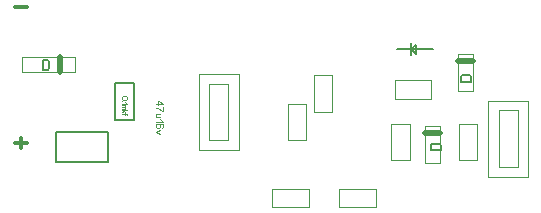
<source format=gbr>
%FSLAX34Y34*%
%MOMM*%
%LNCOPPER_BOTTOM*%
G71*
G01*
%ADD10C, 0.32*%
%ADD11C, 0.15*%
%ADD12C, 0.03*%
%ADD13C, 0.10*%
%ADD14C, 0.50*%
%ADD15C, 0.16*%
%ADD16C, 0.08*%
%ADD17C, 0.20*%
%LPD*%
G54D10*
X78000Y838778D02*
X67333Y838778D01*
G54D10*
X72667Y843222D02*
X72667Y834333D01*
G54D10*
X78000Y953778D02*
X67333Y953778D01*
G54D11*
X168000Y889000D02*
X168000Y857800D01*
X152400Y857800D01*
X152400Y889000D01*
X168000Y889000D01*
G54D12*
X161611Y875333D02*
X158833Y875333D01*
X158278Y875667D01*
X158000Y876333D01*
X158000Y877000D01*
X158278Y877667D01*
X158833Y878000D01*
X161611Y878000D01*
X162167Y877667D01*
X162444Y877000D01*
X162444Y876333D01*
X162167Y875667D01*
X161611Y875333D01*
G54D12*
X158000Y874177D02*
X158000Y874444D01*
X158222Y874444D01*
X158222Y874177D01*
X158000Y874177D01*
X158000Y874444D01*
G54D12*
X160778Y873288D02*
X162444Y871621D01*
X158000Y871621D01*
G54D12*
X158000Y870732D02*
X160500Y870732D01*
G54D12*
X160056Y870732D02*
X160500Y870065D01*
X160333Y869399D01*
X159944Y869065D01*
X158000Y869065D01*
G54D12*
X160056Y869065D02*
X160500Y868399D01*
X160333Y867732D01*
X159944Y867399D01*
X158000Y867399D01*
G54D12*
X158000Y866510D02*
X162444Y866510D01*
G54D12*
X159667Y865510D02*
X158000Y864510D01*
G54D12*
X159111Y866510D02*
X160500Y864510D01*
G54D12*
X158000Y862954D02*
X162167Y862954D01*
X162444Y862621D01*
X162278Y862288D01*
G54D12*
X160500Y863621D02*
X160500Y862288D01*
G54D13*
X414494Y821575D02*
X414494Y853375D01*
X427194Y853375D01*
X427194Y821575D01*
X414494Y821575D01*
G54D14*
X414494Y846975D02*
X427194Y846975D01*
G54D15*
X428194Y832775D02*
X419305Y832775D01*
X419305Y836108D01*
X419860Y837442D01*
X420972Y838108D01*
X426527Y838108D01*
X427638Y837442D01*
X428194Y836108D01*
X428194Y832775D01*
G54D13*
X455506Y882575D02*
X455506Y914375D01*
X442806Y914375D01*
X442806Y882575D01*
X455506Y882575D01*
G54D14*
X455506Y907975D02*
X442806Y907975D01*
G54D15*
X444981Y890600D02*
X453870Y890600D01*
X453870Y893933D01*
X453314Y895267D01*
X452203Y895933D01*
X446648Y895933D01*
X445537Y895267D01*
X444981Y893933D01*
X444981Y890600D01*
G54D13*
X73575Y898494D02*
X118075Y898494D01*
X118075Y911194D01*
X73575Y911194D01*
X73575Y898494D01*
G54D14*
X105325Y898494D02*
X105325Y911194D01*
G54D15*
X91125Y909019D02*
X91125Y900130D01*
X94458Y900130D01*
X95792Y900686D01*
X96458Y901797D01*
X96458Y907352D01*
X95792Y908463D01*
X94458Y909019D01*
X91125Y909019D01*
G54D16*
X186804Y871657D02*
X193027Y871657D01*
X189138Y874457D01*
X188360Y874457D01*
X188360Y870723D01*
G54D16*
X193027Y869013D02*
X193027Y865279D01*
X192249Y865746D01*
X191082Y866679D01*
X189527Y867613D01*
X188360Y868079D01*
X186804Y868079D01*
G54D16*
X190304Y860769D02*
X186804Y860769D01*
G54D16*
X187582Y860769D02*
X186960Y861235D01*
X186804Y862169D01*
X186960Y863102D01*
X187582Y863569D01*
X190304Y863569D01*
G54D16*
X190693Y859058D02*
X193027Y856724D01*
X186804Y856724D01*
G54D16*
X191860Y851280D02*
X192638Y851747D01*
X193027Y852680D01*
X193027Y853614D01*
X192638Y854547D01*
X191860Y855014D01*
X189916Y855014D01*
X189527Y855014D01*
X190304Y853614D01*
X190304Y852680D01*
X189916Y851747D01*
X189138Y851280D01*
X187971Y851280D01*
X187193Y851747D01*
X186804Y852680D01*
X186804Y853614D01*
X187193Y854547D01*
X187971Y855014D01*
X189916Y855014D01*
G54D16*
X190304Y849570D02*
X186804Y847703D01*
X190304Y845836D01*
G54D17*
X421001Y918001D02*
X391001Y918001D01*
G54D17*
X403001Y923001D02*
X403001Y913001D01*
G54D17*
X403001Y918001D02*
X407001Y914001D01*
X407001Y922001D01*
X403001Y918001D01*
G54D13*
X458858Y855021D02*
X458858Y823822D01*
X443258Y823822D01*
X443258Y855021D01*
X458858Y855021D01*
G54D13*
X223000Y896762D02*
X257000Y896762D01*
X257000Y832762D01*
X223000Y832762D01*
X223000Y896762D01*
G54D13*
X232000Y888762D02*
X232000Y840762D01*
X248000Y840762D01*
X248000Y888762D01*
X233000Y888762D01*
X232000Y888762D01*
G54D13*
X502000Y810238D02*
X468000Y810238D01*
X468000Y874238D01*
X502000Y874238D01*
X502000Y810238D01*
G54D13*
X493000Y818238D02*
X493000Y866238D01*
X477000Y866238D01*
X477000Y818238D01*
X492000Y818238D01*
X493000Y818238D01*
G54D13*
X335858Y896021D02*
X335858Y864822D01*
X320258Y864822D01*
X320258Y896021D01*
X335858Y896021D01*
G54D13*
X313858Y872021D02*
X313858Y840822D01*
X298258Y840822D01*
X298258Y872021D01*
X313858Y872021D01*
G54D13*
X401858Y855021D02*
X401858Y823822D01*
X386258Y823822D01*
X386258Y855021D01*
X401858Y855021D01*
G54D13*
X420022Y876142D02*
X388822Y876142D01*
X388822Y891742D01*
X420022Y891742D01*
X420022Y876142D01*
G54D17*
X101950Y822650D02*
X101950Y848050D01*
X146400Y848050D01*
X146400Y822650D01*
X101950Y822650D01*
G54D13*
X316021Y784142D02*
X284822Y784142D01*
X284822Y799742D01*
X316021Y799742D01*
X316021Y784142D01*
G54D13*
X373021Y784142D02*
X341822Y784142D01*
X341822Y799742D01*
X373021Y799742D01*
X373021Y784142D01*
M02*

</source>
